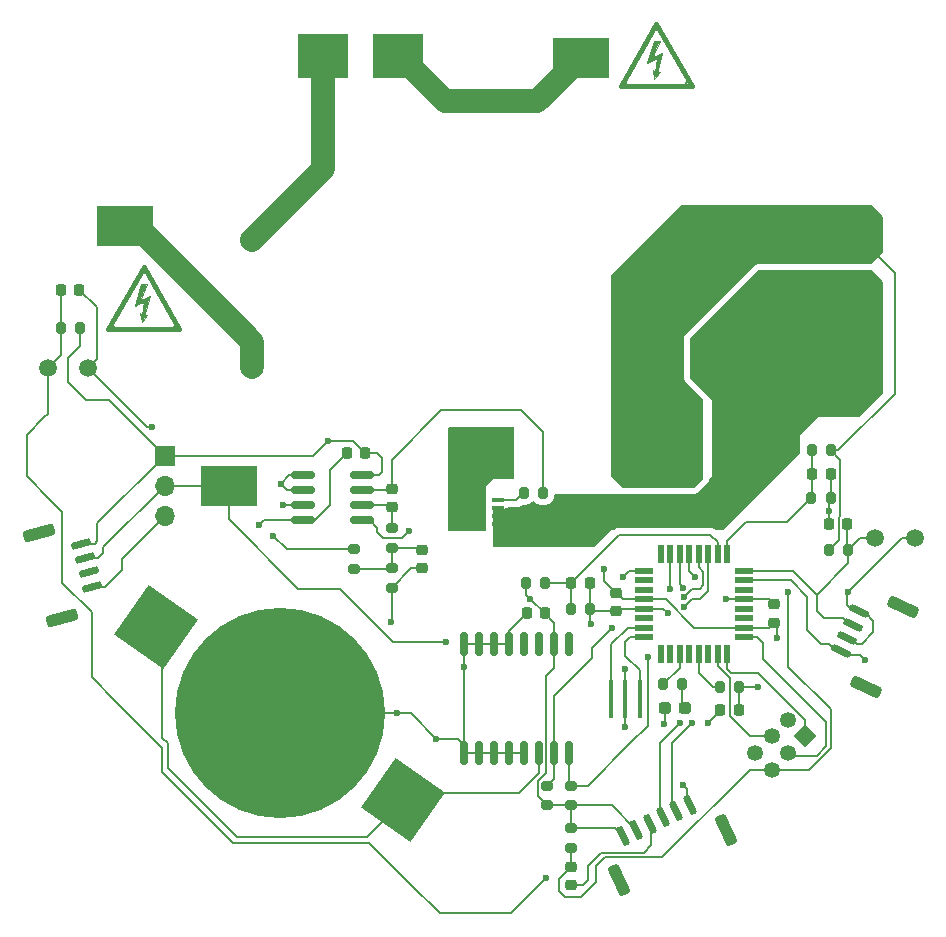
<source format=gtl>
%TF.GenerationSoftware,KiCad,Pcbnew,9.0.0*%
%TF.CreationDate,2025-06-29T18:37:43-04:00*%
%TF.ProjectId,darksky-porch-light,6461726b-736b-4792-9d70-6f7263682d6c,rev?*%
%TF.SameCoordinates,Original*%
%TF.FileFunction,Copper,L1,Top*%
%TF.FilePolarity,Positive*%
%FSLAX46Y46*%
G04 Gerber Fmt 4.6, Leading zero omitted, Abs format (unit mm)*
G04 Created by KiCad (PCBNEW 9.0.0) date 2025-06-29 18:37:43*
%MOMM*%
%LPD*%
G01*
G04 APERTURE LIST*
G04 Aperture macros list*
%AMRoundRect*
0 Rectangle with rounded corners*
0 $1 Rounding radius*
0 $2 $3 $4 $5 $6 $7 $8 $9 X,Y pos of 4 corners*
0 Add a 4 corners polygon primitive as box body*
4,1,4,$2,$3,$4,$5,$6,$7,$8,$9,$2,$3,0*
0 Add four circle primitives for the rounded corners*
1,1,$1+$1,$2,$3*
1,1,$1+$1,$4,$5*
1,1,$1+$1,$6,$7*
1,1,$1+$1,$8,$9*
0 Add four rect primitives between the rounded corners*
20,1,$1+$1,$2,$3,$4,$5,0*
20,1,$1+$1,$4,$5,$6,$7,0*
20,1,$1+$1,$6,$7,$8,$9,0*
20,1,$1+$1,$8,$9,$2,$3,0*%
%AMHorizOval*
0 Thick line with rounded ends*
0 $1 width*
0 $2 $3 position (X,Y) of the first rounded end (center of the circle)*
0 $4 $5 position (X,Y) of the second rounded end (center of the circle)*
0 Add line between two ends*
20,1,$1,$2,$3,$4,$5,0*
0 Add two circle primitives to create the rounded ends*
1,1,$1,$2,$3*
1,1,$1,$4,$5*%
%AMRotRect*
0 Rectangle, with rotation*
0 The origin of the aperture is its center*
0 $1 length*
0 $2 width*
0 $3 Rotation angle, in degrees counterclockwise*
0 Add horizontal line*
21,1,$1,$2,0,0,$3*%
%AMFreePoly0*
4,1,21,1.372500,0.787500,0.862500,0.787500,0.862500,0.532500,1.372500,0.532500,1.372500,0.127500,0.862500,0.127500,0.862500,-0.127500,1.372500,-0.127500,1.372500,-0.532500,0.862500,-0.532500,0.862500,-0.787500,1.372500,-0.787500,1.372500,-1.195000,0.612500,-1.195000,0.612500,-1.117500,-0.862500,-1.117500,-0.862500,1.117500,0.612500,1.117500,0.612500,1.195000,1.372500,1.195000,
1.372500,0.787500,1.372500,0.787500,$1*%
G04 Aperture macros list end*
%TA.AperFunction,EtchedComponent*%
%ADD10C,0.400000*%
%TD*%
%TA.AperFunction,EtchedComponent*%
%ADD11C,0.200000*%
%TD*%
%TA.AperFunction,EtchedComponent*%
%ADD12C,0.101600*%
%TD*%
%TA.AperFunction,EtchedComponent*%
%ADD13C,0.100000*%
%TD*%
%TA.AperFunction,ComponentPad*%
%ADD14C,2.006600*%
%TD*%
%TA.AperFunction,SMDPad,CuDef*%
%ADD15RoundRect,0.150000X0.159887X-0.697808X0.431779X-0.571023X-0.159887X0.697808X-0.431779X0.571023X0*%
%TD*%
%TA.AperFunction,SMDPad,CuDef*%
%ADD16RoundRect,0.250000X0.238303X-1.102593X0.691457X-0.891284X-0.238303X1.102593X-0.691457X0.891284X0*%
%TD*%
%TA.AperFunction,SMDPad,CuDef*%
%ADD17RoundRect,0.225000X0.225000X0.250000X-0.225000X0.250000X-0.225000X-0.250000X0.225000X-0.250000X0*%
%TD*%
%TA.AperFunction,SMDPad,CuDef*%
%ADD18RoundRect,0.200000X-0.200000X-0.275000X0.200000X-0.275000X0.200000X0.275000X-0.200000X0.275000X0*%
%TD*%
%TA.AperFunction,SMDPad,CuDef*%
%ADD19RoundRect,0.225000X-0.250000X0.225000X-0.250000X-0.225000X0.250000X-0.225000X0.250000X0.225000X0*%
%TD*%
%TA.AperFunction,SMDPad,CuDef*%
%ADD20R,4.699000X3.429000*%
%TD*%
%TA.AperFunction,SMDPad,CuDef*%
%ADD21RoundRect,0.200000X-0.275000X0.200000X-0.275000X-0.200000X0.275000X-0.200000X0.275000X0.200000X0*%
%TD*%
%TA.AperFunction,ComponentPad*%
%ADD22C,0.600000*%
%TD*%
%TA.AperFunction,SMDPad,CuDef*%
%ADD23R,1.600000X0.550000*%
%TD*%
%TA.AperFunction,SMDPad,CuDef*%
%ADD24R,0.550000X1.600000*%
%TD*%
%TA.AperFunction,SMDPad,CuDef*%
%ADD25RoundRect,0.237500X-0.287500X-0.237500X0.287500X-0.237500X0.287500X0.237500X-0.287500X0.237500X0*%
%TD*%
%TA.AperFunction,SMDPad,CuDef*%
%ADD26RoundRect,0.150000X-0.825000X-0.150000X0.825000X-0.150000X0.825000X0.150000X-0.825000X0.150000X0*%
%TD*%
%TA.AperFunction,SMDPad,CuDef*%
%ADD27RoundRect,0.200000X0.275000X-0.200000X0.275000X0.200000X-0.275000X0.200000X-0.275000X-0.200000X0*%
%TD*%
%TA.AperFunction,SMDPad,CuDef*%
%ADD28RoundRect,0.225000X-0.225000X-0.250000X0.225000X-0.250000X0.225000X0.250000X-0.225000X0.250000X0*%
%TD*%
%TA.AperFunction,SMDPad,CuDef*%
%ADD29RoundRect,0.150000X0.571023X-0.431779X0.697808X-0.159887X-0.571023X0.431779X-0.697808X0.159887X0*%
%TD*%
%TA.AperFunction,SMDPad,CuDef*%
%ADD30RoundRect,0.250000X0.891284X-0.691457X1.102593X-0.238303X-0.891284X0.691457X-1.102593X0.238303X0*%
%TD*%
%TA.AperFunction,SMDPad,CuDef*%
%ADD31RoundRect,0.200000X0.200000X0.275000X-0.200000X0.275000X-0.200000X-0.275000X0.200000X-0.275000X0*%
%TD*%
%TA.AperFunction,SMDPad,CuDef*%
%ADD32RoundRect,0.250000X-0.550000X1.500000X-0.550000X-1.500000X0.550000X-1.500000X0.550000X1.500000X0*%
%TD*%
%TA.AperFunction,SMDPad,CuDef*%
%ADD33RoundRect,0.150000X-0.150000X0.875000X-0.150000X-0.875000X0.150000X-0.875000X0.150000X0.875000X0*%
%TD*%
%TA.AperFunction,SMDPad,CuDef*%
%ADD34R,0.990000X0.405000*%
%TD*%
%TA.AperFunction,SMDPad,CuDef*%
%ADD35FreePoly0,180.000000*%
%TD*%
%TA.AperFunction,SMDPad,CuDef*%
%ADD36R,4.240000X3.810000*%
%TD*%
%TA.AperFunction,SMDPad,CuDef*%
%ADD37RotRect,5.100000X5.100000X145.000000*%
%TD*%
%TA.AperFunction,SMDPad,CuDef*%
%ADD38C,17.800000*%
%TD*%
%TA.AperFunction,ComponentPad*%
%ADD39RotRect,1.350000X1.350000X315.000000*%
%TD*%
%TA.AperFunction,ComponentPad*%
%ADD40HorizOval,1.350000X0.000000X0.000000X0.000000X0.000000X0*%
%TD*%
%TA.AperFunction,SMDPad,CuDef*%
%ADD41R,0.400000X3.200000*%
%TD*%
%TA.AperFunction,SMDPad,CuDef*%
%ADD42RoundRect,0.150000X-0.714971X-0.036284X-0.637325X-0.326062X0.714971X0.036284X0.637325X0.326062X0*%
%TD*%
%TA.AperFunction,SMDPad,CuDef*%
%ADD43RoundRect,0.250000X-1.127223X-0.043219X-0.997814X-0.526182X1.127223X0.043219X0.997814X0.526182X0*%
%TD*%
%TA.AperFunction,SMDPad,CuDef*%
%ADD44RoundRect,0.225000X0.250000X-0.225000X0.250000X0.225000X-0.250000X0.225000X-0.250000X-0.225000X0*%
%TD*%
%TA.AperFunction,ComponentPad*%
%ADD45C,1.500000*%
%TD*%
%TA.AperFunction,ComponentPad*%
%ADD46R,1.700000X1.700000*%
%TD*%
%TA.AperFunction,ComponentPad*%
%ADD47O,1.700000X1.700000*%
%TD*%
%TA.AperFunction,ViaPad*%
%ADD48C,0.600000*%
%TD*%
%TA.AperFunction,Conductor*%
%ADD49C,0.200000*%
%TD*%
%TA.AperFunction,Conductor*%
%ADD50C,2.000000*%
%TD*%
G04 APERTURE END LIST*
D10*
%TO.C,REF\u002A\u002A*%
X166800000Y-63900000D02*
X169800000Y-58700000D01*
D11*
X167343161Y-63864632D02*
X167076839Y-63455368D01*
X169520000Y-61330000D02*
X169720000Y-61510000D01*
D12*
X169540000Y-62660000D02*
X170010000Y-62760000D01*
D11*
X169665000Y-61595000D02*
X169915000Y-61765000D01*
X169675000Y-59160000D02*
X169925000Y-59160000D01*
D10*
X169800000Y-58700000D02*
X172800000Y-63900000D01*
D11*
X172266839Y-63864632D02*
X172533161Y-63455368D01*
D10*
X172800000Y-63900000D02*
X166800000Y-63900000D01*
D13*
X169478833Y-61584000D02*
X170325500Y-61128917D01*
X169849250Y-62864583D01*
X170092667Y-62716417D01*
X169658750Y-63362000D01*
X169500000Y-62600000D01*
X169669333Y-62832834D01*
X169870417Y-61573417D01*
X169055500Y-62007334D01*
X169584666Y-60134084D01*
X170103250Y-60134084D01*
X169478833Y-61584000D01*
%TA.AperFunction,EtchedComponent*%
G36*
X169478833Y-61584000D02*
G01*
X170325500Y-61128917D01*
X169849250Y-62864583D01*
X170092667Y-62716417D01*
X169658750Y-63362000D01*
X169500000Y-62600000D01*
X169669333Y-62832834D01*
X169870417Y-61573417D01*
X169055500Y-62007334D01*
X169584666Y-60134084D01*
X170103250Y-60134084D01*
X169478833Y-61584000D01*
G37*
%TD.AperFunction*%
D10*
X123400000Y-84500000D02*
X126400000Y-79300000D01*
D11*
X123943161Y-84464632D02*
X123676839Y-84055368D01*
X126120000Y-81930000D02*
X126320000Y-82110000D01*
D12*
X126140000Y-83260000D02*
X126610000Y-83360000D01*
D11*
X126265000Y-82195000D02*
X126515000Y-82365000D01*
X126275000Y-79760000D02*
X126525000Y-79760000D01*
D10*
X126400000Y-79300000D02*
X129400000Y-84500000D01*
D11*
X128866839Y-84464632D02*
X129133161Y-84055368D01*
D10*
X129400000Y-84500000D02*
X123400000Y-84500000D01*
D13*
X126078833Y-82184000D02*
X126925500Y-81728917D01*
X126449250Y-83464583D01*
X126692667Y-83316417D01*
X126258750Y-83962000D01*
X126100000Y-83200000D01*
X126269333Y-83432834D01*
X126470417Y-82173417D01*
X125655500Y-82607334D01*
X126184666Y-80734084D01*
X126703250Y-80734084D01*
X126078833Y-82184000D01*
%TA.AperFunction,EtchedComponent*%
G36*
X126078833Y-82184000D02*
G01*
X126925500Y-81728917D01*
X126449250Y-83464583D01*
X126692667Y-83316417D01*
X126258750Y-83962000D01*
X126100000Y-83200000D01*
X126269333Y-83432834D01*
X126470417Y-82173417D01*
X125655500Y-82607334D01*
X126184666Y-80734084D01*
X126703250Y-80734084D01*
X126078833Y-82184000D01*
G37*
%TD.AperFunction*%
%TD*%
D14*
%TO.P,PS1,1,AC/L*%
%TO.N,Net-(PS1-AC{slash}L)*%
X135596800Y-76968100D03*
%TO.P,PS1,2,AC/N*%
%TO.N,Net-(PS1-AC{slash}N)*%
X135596800Y-87712300D03*
%TO.P,PS1,3,-Vo*%
%TO.N,GND*%
X174103200Y-87712300D03*
%TO.P,PS1,4,+Vo*%
%TO.N,+3.3V*%
X174103200Y-79711300D03*
%TD*%
D15*
%TO.P,J3,1,Pin_1*%
%TO.N,+3.3V*%
X166985944Y-127444013D03*
%TO.P,J3,2,Pin_2*%
X168118829Y-126915740D03*
%TO.P,J3,3,Pin_3*%
%TO.N,Net-(J3-Pin_3)*%
X169251714Y-126387467D03*
%TO.P,J3,4,Pin_4*%
%TO.N,/RX*%
X170384599Y-125859194D03*
%TO.P,J3,5,Pin_5*%
%TO.N,/TX*%
X171517483Y-125330921D03*
%TO.P,J3,6,Pin_6*%
%TO.N,GND*%
X172650368Y-124802649D03*
D16*
%TO.P,J3,MP*%
%TO.N,N/C*%
X166661653Y-131126040D03*
X175679416Y-126920990D03*
%TD*%
D17*
%TO.P,C8,1*%
%TO.N,+3.3V*%
X145175000Y-95000000D03*
%TO.P,C8,2*%
%TO.N,GND*%
X143625000Y-95000000D03*
%TD*%
D18*
%TO.P,R9,1*%
%TO.N,/ADC2*%
X182975000Y-94800000D03*
%TO.P,R9,2*%
%TO.N,+3.3V*%
X184625000Y-94800000D03*
%TD*%
D19*
%TO.P,C2,1*%
%TO.N,+3.3V*%
X166400000Y-106825000D03*
%TO.P,C2,2*%
%TO.N,GND*%
X166400000Y-108375000D03*
%TD*%
D20*
%TO.P,TP6,1,1*%
%TO.N,/MOTION*%
X133600000Y-97800000D03*
%TD*%
D19*
%TO.P,C9,1*%
%TO.N,Net-(C9-Pad1)*%
X147400000Y-98025000D03*
%TO.P,C9,2*%
%TO.N,Net-(U3B--)*%
X147400000Y-99575000D03*
%TD*%
D21*
%TO.P,R14,1*%
%TO.N,Net-(U3A--)*%
X144200000Y-103175000D03*
%TO.P,R14,2*%
%TO.N,Net-(C7-Pad1)*%
X144200000Y-104825000D03*
%TD*%
D18*
%TO.P,R6,1*%
%TO.N,/LED_INT*%
X170375000Y-114600000D03*
%TO.P,R6,2*%
%TO.N,Net-(D13-A)*%
X172025000Y-114600000D03*
%TD*%
D22*
%TO.P,TP3,1,1*%
%TO.N,Net-(PS1-AC{slash}N)*%
X122800000Y-74800000D03*
X122800000Y-75800000D03*
X122800000Y-76800000D03*
X123300000Y-75300000D03*
X123300000Y-76300000D03*
X123800000Y-74800000D03*
X123800000Y-75800000D03*
X123800000Y-76800000D03*
X124285900Y-76298281D03*
X124300000Y-75300000D03*
X124800000Y-74800000D03*
X124800000Y-75800000D03*
D20*
X124800000Y-75800000D03*
D22*
X124800000Y-76800000D03*
X125300000Y-75300000D03*
X125300000Y-76300000D03*
X125800000Y-74800000D03*
X125800000Y-75800000D03*
X125800000Y-76800000D03*
X126300000Y-75300000D03*
X126300000Y-76300000D03*
X126800000Y-74800000D03*
X126800000Y-75800000D03*
X126800000Y-76800000D03*
%TD*%
D23*
%TO.P,U2,1,PD3*%
%TO.N,/MOTION*%
X168750000Y-105000000D03*
%TO.P,U2,2,PD4*%
%TO.N,unconnected-(U2-PD4-Pad2)*%
X168750000Y-105800000D03*
%TO.P,U2,3,PE0*%
%TO.N,unconnected-(U2-PE0-Pad3)*%
X168750000Y-106600000D03*
%TO.P,U2,4,VCC*%
%TO.N,+3.3V*%
X168750000Y-107400000D03*
%TO.P,U2,5,GND*%
%TO.N,GND*%
X168750000Y-108200000D03*
%TO.P,U2,6,PE1*%
%TO.N,unconnected-(U2-PE1-Pad6)*%
X168750000Y-109000000D03*
%TO.P,U2,7,XTAL1/PB6*%
%TO.N,Net-(U2-XTAL1{slash}PB6)*%
X168750000Y-109800000D03*
%TO.P,U2,8,XTAL2/PB7*%
%TO.N,Net-(U2-XTAL2{slash}PB7)*%
X168750000Y-110600000D03*
D24*
%TO.P,U2,9,PD5*%
%TO.N,unconnected-(U2-PD5-Pad9)*%
X170200000Y-112050000D03*
%TO.P,U2,10,PD6*%
%TO.N,unconnected-(U2-PD6-Pad10)*%
X171000000Y-112050000D03*
%TO.P,U2,11,PD7*%
%TO.N,/LED_INT*%
X171800000Y-112050000D03*
%TO.P,U2,12,PB0*%
%TO.N,unconnected-(U2-PB0-Pad12)*%
X172600000Y-112050000D03*
%TO.P,U2,13,PB1*%
%TO.N,/PWM9*%
X173400000Y-112050000D03*
%TO.P,U2,14,PB2*%
%TO.N,unconnected-(U2-PB2-Pad14)*%
X174200000Y-112050000D03*
%TO.P,U2,15,PB3*%
%TO.N,/MOSI*%
X175000000Y-112050000D03*
%TO.P,U2,16,PB4*%
%TO.N,/MISO*%
X175800000Y-112050000D03*
D23*
%TO.P,U2,17,PB5*%
%TO.N,/SCK*%
X177250000Y-110600000D03*
%TO.P,U2,18,AVCC*%
%TO.N,+3.3V*%
X177250000Y-109800000D03*
%TO.P,U2,19,PE2*%
%TO.N,unconnected-(U2-PE2-Pad19)*%
X177250000Y-109000000D03*
%TO.P,U2,20,AREF*%
%TO.N,unconnected-(U2-AREF-Pad20)*%
X177250000Y-108200000D03*
%TO.P,U2,21,GND*%
%TO.N,GND*%
X177250000Y-107400000D03*
%TO.P,U2,22,PE3*%
%TO.N,unconnected-(U2-PE3-Pad22)*%
X177250000Y-106600000D03*
%TO.P,U2,23,PC0*%
%TO.N,/ADC0*%
X177250000Y-105800000D03*
%TO.P,U2,24,PC1*%
%TO.N,/ADC1*%
X177250000Y-105000000D03*
D24*
%TO.P,U2,25,PC2*%
%TO.N,/ADC2*%
X175800000Y-103550000D03*
%TO.P,U2,26,PC3*%
%TO.N,/ADC3*%
X175000000Y-103550000D03*
%TO.P,U2,27,PC4*%
%TO.N,/SDA*%
X174200000Y-103550000D03*
%TO.P,U2,28,PC5*%
%TO.N,/SCL*%
X173400000Y-103550000D03*
%TO.P,U2,29,~{RESET}/PC6*%
%TO.N,/RESET*%
X172600000Y-103550000D03*
%TO.P,U2,30,PD0*%
%TO.N,/RX*%
X171800000Y-103550000D03*
%TO.P,U2,31,PD1*%
%TO.N,/TX*%
X171000000Y-103550000D03*
%TO.P,U2,32,PD2*%
%TO.N,unconnected-(U2-PD2-Pad32)*%
X170200000Y-103550000D03*
%TD*%
D19*
%TO.P,C4,1*%
%TO.N,/RESET*%
X162600000Y-130025000D03*
%TO.P,C4,2*%
%TO.N,Net-(J3-Pin_3)*%
X162600000Y-131575000D03*
%TD*%
D25*
%TO.P,D13,1,K*%
%TO.N,GND*%
X170525000Y-116600000D03*
%TO.P,D13,2,A*%
%TO.N,Net-(D13-A)*%
X172275000Y-116600000D03*
%TD*%
D26*
%TO.P,U3,1*%
%TO.N,Net-(U3A--)*%
X139925000Y-96895000D03*
%TO.P,U3,2,-*%
X139925000Y-98165000D03*
%TO.P,U3,3,+*%
%TO.N,Net-(U3A-+)*%
X139925000Y-99435000D03*
%TO.P,U3,4,V-*%
%TO.N,GND*%
X139925000Y-100705000D03*
%TO.P,U3,5,+*%
%TO.N,VDD*%
X144875000Y-100705000D03*
%TO.P,U3,6,-*%
%TO.N,Net-(U3B--)*%
X144875000Y-99435000D03*
%TO.P,U3,7*%
%TO.N,Net-(C9-Pad1)*%
X144875000Y-98165000D03*
%TO.P,U3,8,V+*%
%TO.N,+3.3V*%
X144875000Y-96895000D03*
%TD*%
D17*
%TO.P,C1,1*%
%TO.N,+3.3V*%
X160375000Y-108600000D03*
%TO.P,C1,2*%
%TO.N,GND*%
X158825000Y-108600000D03*
%TD*%
D21*
%TO.P,R15,1*%
%TO.N,Net-(C7-Pad1)*%
X147400000Y-104775000D03*
%TO.P,R15,2*%
%TO.N,GND*%
X147400000Y-106425000D03*
%TD*%
D19*
%TO.P,C7,1*%
%TO.N,Net-(C7-Pad1)*%
X150000000Y-103225000D03*
%TO.P,C7,2*%
%TO.N,GND*%
X150000000Y-104775000D03*
%TD*%
D27*
%TO.P,R2,1*%
%TO.N,+3.3V*%
X162565000Y-124835000D03*
%TO.P,R2,2*%
%TO.N,/SCL*%
X162565000Y-123185000D03*
%TD*%
D28*
%TO.P,C14,1*%
%TO.N,/ADC3*%
X162625000Y-106000000D03*
%TO.P,C14,2*%
%TO.N,GND*%
X164175000Y-106000000D03*
%TD*%
%TO.P,C12,1*%
%TO.N,/ADC0*%
X119425000Y-81200000D03*
%TO.P,C12,2*%
%TO.N,GND*%
X120975000Y-81200000D03*
%TD*%
D29*
%TO.P,J2,1,Pin_1*%
%TO.N,/ADC0*%
X185415181Y-111798654D03*
%TO.P,J2,2,Pin_2*%
%TO.N,GND*%
X185943454Y-110665769D03*
%TO.P,J2,3,Pin_3*%
%TO.N,/ADC1*%
X186471727Y-109532885D03*
%TO.P,J2,4,Pin_4*%
%TO.N,GND*%
X187000000Y-108400000D03*
D30*
%TO.P,J2,MP*%
%TO.N,N/C*%
X187533523Y-114827702D03*
X190682028Y-108075708D03*
%TD*%
D28*
%TO.P,C13,1*%
%TO.N,/ADC2*%
X183025000Y-96800000D03*
%TO.P,C13,2*%
%TO.N,GND*%
X184575000Y-96800000D03*
%TD*%
D31*
%TO.P,R17,1*%
%TO.N,Net-(C9-Pad1)*%
X160225000Y-98400000D03*
%TO.P,R17,2*%
%TO.N,Net-(Q1-G)*%
X158575000Y-98400000D03*
%TD*%
D17*
%TO.P,C11,1*%
%TO.N,/ADC1*%
X186000000Y-101000000D03*
%TO.P,C11,2*%
%TO.N,GND*%
X184450000Y-101000000D03*
%TD*%
D22*
%TO.P,TP1,1,1*%
%TO.N,VDD*%
X153000000Y-94000000D03*
X153000000Y-95000000D03*
X153000000Y-96000000D03*
X153500000Y-94500000D03*
X153500000Y-95500000D03*
X154000000Y-94000000D03*
X154000000Y-95000000D03*
X154000000Y-96000000D03*
X154485900Y-95498281D03*
X154500000Y-94500000D03*
X155000000Y-94000000D03*
X155000000Y-95000000D03*
D20*
X155000000Y-95000000D03*
D22*
X155000000Y-96000000D03*
X155500000Y-94500000D03*
X155500000Y-95500000D03*
X156000000Y-94000000D03*
X156000000Y-95000000D03*
X156000000Y-96000000D03*
X156500000Y-94500000D03*
X156500000Y-95500000D03*
X157000000Y-94000000D03*
X157000000Y-95000000D03*
X157000000Y-96000000D03*
%TD*%
D18*
%TO.P,TH1,1*%
%TO.N,/ADC2*%
X182950000Y-98800000D03*
%TO.P,TH1,2*%
%TO.N,GND*%
X184600000Y-98800000D03*
%TD*%
D32*
%TO.P,C6,1*%
%TO.N,+3.3V*%
X185600000Y-76500000D03*
%TO.P,C6,2*%
%TO.N,GND*%
X185600000Y-81900000D03*
%TD*%
D33*
%TO.P,U1,1,32KHZ*%
%TO.N,unconnected-(U1-32KHZ-Pad1)*%
X162445000Y-111150000D03*
%TO.P,U1,2,VCC*%
%TO.N,+3.3V*%
X161175000Y-111150000D03*
%TO.P,U1,3,~{INT}/SQW*%
%TO.N,unconnected-(U1-~{INT}{slash}SQW-Pad3)*%
X159905000Y-111150000D03*
%TO.P,U1,4,~{RST}*%
%TO.N,unconnected-(U1-~{RST}-Pad4)*%
X158635000Y-111150000D03*
%TO.P,U1,5,GND*%
%TO.N,GND*%
X157365000Y-111150000D03*
%TO.P,U1,6,GND*%
X156095000Y-111150000D03*
%TO.P,U1,7,GND*%
X154825000Y-111150000D03*
%TO.P,U1,8,GND*%
X153555000Y-111150000D03*
%TO.P,U1,9,GND*%
X153555000Y-120450000D03*
%TO.P,U1,10,GND*%
X154825000Y-120450000D03*
%TO.P,U1,11,GND*%
X156095000Y-120450000D03*
%TO.P,U1,12,GND*%
X157365000Y-120450000D03*
%TO.P,U1,13,GND*%
X158635000Y-120450000D03*
%TO.P,U1,14,VBAT*%
%TO.N,Net-(BT1-+)*%
X159905000Y-120450000D03*
%TO.P,U1,15,SDA*%
%TO.N,/SDA*%
X161175000Y-120450000D03*
%TO.P,U1,16,SCL*%
%TO.N,/SCL*%
X162445000Y-120450000D03*
%TD*%
D18*
%TO.P,R10,1*%
%TO.N,/ADC0*%
X119375000Y-84400000D03*
%TO.P,R10,2*%
%TO.N,+3.3V*%
X121025000Y-84400000D03*
%TD*%
%TO.P,R13,1*%
%TO.N,/PWM9*%
X175175000Y-114800000D03*
%TO.P,R13,2*%
%TO.N,Net-(U3A-+)*%
X176825000Y-114800000D03*
%TD*%
D27*
%TO.P,R1,1*%
%TO.N,+3.3V*%
X160600000Y-124825000D03*
%TO.P,R1,2*%
%TO.N,/SDA*%
X160600000Y-123175000D03*
%TD*%
D34*
%TO.P,Q1,1,S*%
%TO.N,GND*%
X156435000Y-100990000D03*
%TO.P,Q1,2,S*%
X156435000Y-100330000D03*
%TO.P,Q1,3,S*%
X156435000Y-99670000D03*
%TO.P,Q1,4,G*%
%TO.N,Net-(Q1-G)*%
X156435000Y-99010000D03*
D35*
%TO.P,Q1,5,D*%
%TO.N,VDD*%
X154442500Y-100000000D03*
%TD*%
D22*
%TO.P,TP2,1,1*%
%TO.N,Net-(F1-Pad1)*%
X161400000Y-60600000D03*
X161400000Y-61600000D03*
X161400000Y-62600000D03*
X161900000Y-61100000D03*
X161900000Y-62100000D03*
X162400000Y-60600000D03*
X162400000Y-61600000D03*
X162400000Y-62600000D03*
X162885900Y-62098281D03*
X162900000Y-61100000D03*
X163400000Y-60600000D03*
X163400000Y-61600000D03*
D20*
X163400000Y-61600000D03*
D22*
X163400000Y-62600000D03*
X163900000Y-61100000D03*
X163900000Y-62100000D03*
X164400000Y-60600000D03*
X164400000Y-61600000D03*
X164400000Y-62600000D03*
X164900000Y-61100000D03*
X164900000Y-62100000D03*
X165400000Y-60600000D03*
X165400000Y-61600000D03*
X165400000Y-62600000D03*
%TD*%
D17*
%TO.P,C5,1*%
%TO.N,Net-(U3A-+)*%
X176775000Y-116800000D03*
%TO.P,C5,2*%
%TO.N,GND*%
X175225000Y-116800000D03*
%TD*%
D18*
%TO.P,TH2,1*%
%TO.N,/ADC3*%
X162575000Y-108200000D03*
%TO.P,TH2,2*%
%TO.N,GND*%
X164225000Y-108200000D03*
%TD*%
D31*
%TO.P,R12,1*%
%TO.N,/ADC3*%
X160425000Y-106000000D03*
%TO.P,R12,2*%
%TO.N,+3.3V*%
X158775000Y-106000000D03*
%TD*%
D36*
%TO.P,F1,1*%
%TO.N,Net-(F1-Pad1)*%
X147985000Y-61400000D03*
%TO.P,F1,2*%
%TO.N,Net-(PS1-AC{slash}L)*%
X141615000Y-61400000D03*
%TD*%
D37*
%TO.P,BT1,1,+*%
%TO.N,Net-(BT1-+)*%
X148400000Y-124400000D03*
X127429708Y-109716442D03*
D38*
%TO.P,BT1,2,-*%
%TO.N,GND*%
X137914854Y-117058221D03*
%TD*%
D31*
%TO.P,R11,1*%
%TO.N,/ADC1*%
X186050000Y-103200000D03*
%TO.P,R11,2*%
%TO.N,+3.3V*%
X184400000Y-103200000D03*
%TD*%
D22*
%TO.P,TP5,1,1*%
%TO.N,GND*%
X183500000Y-87100000D03*
X183500000Y-88100000D03*
X183500000Y-89100000D03*
X184000000Y-87600000D03*
X184000000Y-88600000D03*
X184500000Y-87100000D03*
X184500000Y-88100000D03*
X184500000Y-89100000D03*
X184985900Y-88598281D03*
X185000000Y-87600000D03*
X185500000Y-87100000D03*
X185500000Y-88100000D03*
D20*
X185500000Y-88100000D03*
D22*
X185500000Y-89100000D03*
X186000000Y-87600000D03*
X186000000Y-88600000D03*
X186500000Y-87100000D03*
X186500000Y-88100000D03*
X186500000Y-89100000D03*
X187000000Y-87600000D03*
X187000000Y-88600000D03*
X187500000Y-87100000D03*
X187500000Y-88100000D03*
X187500000Y-89100000D03*
%TD*%
D39*
%TO.P,J1,1,Pin_1*%
%TO.N,/MISO*%
X182414214Y-119014214D03*
D40*
%TO.P,J1,2,Pin_2*%
%TO.N,+3.3V*%
X181000000Y-117600000D03*
%TO.P,J1,3,Pin_3*%
%TO.N,/SCK*%
X181000000Y-120428428D03*
%TO.P,J1,4,Pin_4*%
%TO.N,/MOSI*%
X179585787Y-119014214D03*
%TO.P,J1,5,Pin_5*%
%TO.N,/RESET*%
X179585787Y-121842641D03*
%TO.P,J1,6,Pin_6*%
%TO.N,GND*%
X178171573Y-120428428D03*
%TD*%
D41*
%TO.P,Y1,1,1*%
%TO.N,Net-(U2-XTAL1{slash}PB6)*%
X166000000Y-115800000D03*
%TO.P,Y1,2,2*%
%TO.N,GND*%
X167200000Y-115800000D03*
%TO.P,Y1,3,3*%
%TO.N,Net-(U2-XTAL2{slash}PB7)*%
X168400000Y-115800000D03*
%TD*%
D42*
%TO.P,J5,1,Pin_1*%
%TO.N,+3.3V*%
X121101677Y-102710074D03*
%TO.P,J5,2,Pin_2*%
%TO.N,/MOTION*%
X121425200Y-103917481D03*
%TO.P,J5,3,Pin_3*%
%TO.N,unconnected-(J5-Pin_3-Pad3)*%
X121748725Y-105124889D03*
%TO.P,J5,4,Pin_4*%
%TO.N,GND*%
X122072248Y-106332296D03*
D43*
%TO.P,J5,MP*%
%TO.N,N/C*%
X117531899Y-101751332D03*
X119460101Y-108947479D03*
%TD*%
D27*
%TO.P,R18,1*%
%TO.N,Net-(C7-Pad1)*%
X147400000Y-103025000D03*
%TO.P,R18,2*%
%TO.N,Net-(U3B--)*%
X147400000Y-101375000D03*
%TD*%
D22*
%TO.P,TP4,1,1*%
%TO.N,+3.3V*%
X168100000Y-93900000D03*
X168100000Y-94900000D03*
X168100000Y-95900000D03*
X168600000Y-94400000D03*
X168600000Y-95400000D03*
X169100000Y-93900000D03*
X169100000Y-94900000D03*
X169100000Y-95900000D03*
X169585900Y-95398281D03*
X169600000Y-94400000D03*
X170100000Y-93900000D03*
X170100000Y-94900000D03*
D20*
X170100000Y-94900000D03*
D22*
X170100000Y-95900000D03*
X170600000Y-94400000D03*
X170600000Y-95400000D03*
X171100000Y-93900000D03*
X171100000Y-94900000D03*
X171100000Y-95900000D03*
X171600000Y-94400000D03*
X171600000Y-95400000D03*
X172100000Y-93900000D03*
X172100000Y-94900000D03*
X172100000Y-95900000D03*
%TD*%
D44*
%TO.P,C3,1*%
%TO.N,+3.3V*%
X179800000Y-109375000D03*
%TO.P,C3,2*%
%TO.N,GND*%
X179800000Y-107825000D03*
%TD*%
D27*
%TO.P,R5,1*%
%TO.N,/RESET*%
X162600000Y-128425000D03*
%TO.P,R5,2*%
%TO.N,+3.3V*%
X162600000Y-126775000D03*
%TD*%
D45*
%TO.P,R7,1*%
%TO.N,/ADC0*%
X118300000Y-87800000D03*
%TO.P,R7,2*%
%TO.N,GND*%
X121700000Y-87800000D03*
%TD*%
D46*
%TO.P,J4,1,Pin_1*%
%TO.N,+3.3V*%
X128200000Y-95260000D03*
D47*
%TO.P,J4,2,Pin_2*%
%TO.N,/MOTION*%
X128200000Y-97800000D03*
%TO.P,J4,3,Pin_3*%
%TO.N,GND*%
X128200000Y-100340000D03*
%TD*%
D45*
%TO.P,R8,1*%
%TO.N,/ADC1*%
X188300000Y-102200000D03*
%TO.P,R8,2*%
%TO.N,GND*%
X191700000Y-102200000D03*
%TD*%
D48*
%TO.N,+3.3V*%
X142000000Y-94000000D03*
X159137500Y-107362500D03*
X165400000Y-104800000D03*
X180000000Y-110700000D03*
%TO.N,/RESET*%
X181000000Y-106800000D03*
X173100000Y-105500000D03*
%TO.N,/TX*%
X172800000Y-117900000D03*
%TO.N,/RX*%
X171800000Y-117900000D03*
X172084239Y-106418702D03*
%TO.N,/TX*%
X171000000Y-106500000D03*
%TO.N,/SCL*%
X172124265Y-107227205D03*
X169100000Y-112300000D03*
%TO.N,/SDA*%
X172124265Y-108075735D03*
X166100000Y-109800000D03*
%TO.N,/ADC0*%
X160500000Y-131000000D03*
X187500000Y-112500000D03*
%TO.N,/MOTION*%
X167000000Y-105500000D03*
X152000000Y-111000000D03*
%TO.N,GND*%
X127150000Y-92800000D03*
X147350000Y-109350000D03*
%TO.N,VDD*%
X148850000Y-101600000D03*
%TO.N,GND*%
X136150000Y-101150000D03*
X167200000Y-113300000D03*
X174200000Y-117900000D03*
X170500000Y-117950000D03*
X167200000Y-118250000D03*
X164250000Y-109450000D03*
X170800000Y-108600000D03*
X175700000Y-107400000D03*
X184450000Y-99900000D03*
X186025000Y-106775000D03*
X153555000Y-113100000D03*
X151200000Y-119200000D03*
X147900000Y-117058221D03*
X172100000Y-123150000D03*
%TO.N,Net-(U3A-+)*%
X178400000Y-114800000D03*
X138200000Y-99400000D03*
%TO.N,Net-(U3A--)*%
X138000000Y-97600000D03*
X137400000Y-102000000D03*
%TD*%
D49*
%TO.N,Net-(BT1-+)*%
X145300000Y-127500000D02*
X148400000Y-124400000D01*
X134300000Y-127500000D02*
X145300000Y-127500000D01*
X128500000Y-121700000D02*
X134300000Y-127500000D01*
X128500000Y-119600000D02*
X128500000Y-121700000D01*
X128000000Y-112700000D02*
X128000000Y-119100000D01*
X128000000Y-119100000D02*
X128500000Y-119600000D01*
X127429708Y-112129708D02*
X128000000Y-112700000D01*
X127429708Y-109716442D02*
X127429708Y-112129708D01*
%TO.N,+3.3V*%
X190000000Y-79800000D02*
X188400000Y-78200000D01*
X190000000Y-90000000D02*
X190000000Y-79800000D01*
X185200000Y-94800000D02*
X190000000Y-90000000D01*
X184625000Y-94800000D02*
X185200000Y-94800000D01*
X142000000Y-94000000D02*
X141900000Y-94100000D01*
X158775000Y-107000000D02*
X159137500Y-107362500D01*
X158775000Y-106000000D02*
X158775000Y-107000000D01*
X165400000Y-105825000D02*
X165400000Y-104800000D01*
X166400000Y-106825000D02*
X165400000Y-105825000D01*
X161175000Y-113225000D02*
X161175000Y-111150000D01*
X160506000Y-113894000D02*
X161175000Y-113225000D01*
X160506000Y-122079936D02*
X160506000Y-113894000D01*
X159800000Y-122785936D02*
X160506000Y-122079936D01*
X159800000Y-124025000D02*
X159800000Y-122785936D01*
X160600000Y-124825000D02*
X159800000Y-124025000D01*
X180000000Y-109575000D02*
X179800000Y-109375000D01*
X180000000Y-110700000D02*
X180000000Y-109575000D01*
%TO.N,/RESET*%
X184601000Y-120016100D02*
X182774459Y-121842641D01*
X181000000Y-113100000D02*
X184601000Y-116701000D01*
X184601000Y-116701000D02*
X184601000Y-120016100D01*
X181000000Y-106800000D02*
X181000000Y-113100000D01*
X182774459Y-121842641D02*
X179585787Y-121842641D01*
X172600000Y-103550000D02*
X172600000Y-105000000D01*
X172600000Y-105000000D02*
X173100000Y-105500000D01*
%TO.N,/RX*%
X171800000Y-106134463D02*
X172084239Y-106418702D01*
X171800000Y-103550000D02*
X171800000Y-106134463D01*
%TO.N,/SCL*%
X173400500Y-104651000D02*
X173400000Y-104651000D01*
X173400000Y-104651000D02*
X173400000Y-103550000D01*
X173799000Y-105049500D02*
X173400500Y-104651000D01*
X172851470Y-106500000D02*
X173500000Y-106500000D01*
X172124265Y-107227205D02*
X172851470Y-106500000D01*
X173799000Y-106201000D02*
X173799000Y-105049500D01*
X173500000Y-106500000D02*
X173799000Y-106201000D01*
%TO.N,/SDA*%
X174200000Y-106700000D02*
X174200000Y-103550000D01*
X173500000Y-107400000D02*
X174200000Y-106700000D01*
X172800000Y-107400000D02*
X173500000Y-107400000D01*
X172124265Y-108075735D02*
X172800000Y-107400000D01*
%TO.N,+3.3V*%
X173000000Y-109800000D02*
X177250000Y-109800000D01*
X170600000Y-107400000D02*
X173000000Y-109800000D01*
X168750000Y-107400000D02*
X170600000Y-107400000D01*
%TO.N,/TX*%
X171517483Y-125117483D02*
X171517483Y-125330921D01*
X171150000Y-124750000D02*
X171517483Y-125117483D01*
X172800000Y-117900000D02*
X171150000Y-119550000D01*
X171150000Y-119550000D02*
X171150000Y-124750000D01*
%TO.N,/RX*%
X170100000Y-119600000D02*
X171800000Y-117900000D01*
X170100000Y-125574595D02*
X170100000Y-119600000D01*
X170384599Y-125859194D02*
X170100000Y-125574595D01*
%TO.N,/TX*%
X171000000Y-103550000D02*
X171000000Y-106500000D01*
%TO.N,/ADC1*%
X186050000Y-104350000D02*
X183400000Y-107000000D01*
X186050000Y-103200000D02*
X186050000Y-104350000D01*
%TO.N,GND*%
X170400000Y-108200000D02*
X170800000Y-108600000D01*
X168750000Y-108200000D02*
X170400000Y-108200000D01*
%TO.N,/SCL*%
X169100000Y-118100000D02*
X169100000Y-112300000D01*
X167600000Y-119600000D02*
X169100000Y-118100000D01*
X164015000Y-123185000D02*
X167600000Y-119600000D01*
X162565000Y-123185000D02*
X164015000Y-123185000D01*
%TO.N,/SDA*%
X164400000Y-111500000D02*
X166100000Y-109800000D01*
X164400000Y-112400000D02*
X164400000Y-111500000D01*
X161175000Y-115625000D02*
X164400000Y-112400000D01*
X161175000Y-120450000D02*
X161175000Y-115625000D01*
%TO.N,/ADC0*%
X187100000Y-112100000D02*
X187500000Y-112500000D01*
X185716527Y-112100000D02*
X187100000Y-112100000D01*
X185415181Y-111798654D02*
X185716527Y-112100000D01*
X157500000Y-134000000D02*
X160500000Y-131000000D01*
X155500000Y-134000000D02*
X157500000Y-134000000D01*
X151500000Y-134000000D02*
X155500000Y-134000000D01*
X149000000Y-131500000D02*
X151500000Y-134000000D01*
X145500000Y-128000000D02*
X149000000Y-131500000D01*
X137500000Y-128000000D02*
X145500000Y-128000000D01*
X134000000Y-128000000D02*
X137500000Y-128000000D01*
X128000000Y-122000000D02*
X133000000Y-127000000D01*
X128000000Y-121000000D02*
X128000000Y-122000000D01*
X128000000Y-120000000D02*
X128000000Y-121000000D01*
X124000000Y-116000000D02*
X128000000Y-120000000D01*
X122000000Y-114000000D02*
X124000000Y-116000000D01*
X133000000Y-127000000D02*
X134000000Y-128000000D01*
X122000000Y-108500000D02*
X122000000Y-114000000D01*
X119500000Y-106000000D02*
X122000000Y-108500000D01*
X116500000Y-97000000D02*
X118500000Y-99000000D01*
X116500000Y-95500000D02*
X116500000Y-97000000D01*
X118500000Y-99000000D02*
X119500000Y-100000000D01*
X119500000Y-100000000D02*
X119500000Y-102500000D01*
X118000000Y-92000000D02*
X116500000Y-93500000D01*
X116500000Y-93500000D02*
X116500000Y-95500000D01*
X118300000Y-91700000D02*
X118000000Y-92000000D01*
X119500000Y-102500000D02*
X119500000Y-106000000D01*
X118300000Y-87800000D02*
X118300000Y-91700000D01*
%TO.N,/MOTION*%
X133600000Y-100600000D02*
X133600000Y-97800000D01*
X143000000Y-106500000D02*
X139500000Y-106500000D01*
X139500000Y-106500000D02*
X133600000Y-100600000D01*
X147500000Y-111000000D02*
X143000000Y-106500000D01*
X152000000Y-111000000D02*
X147500000Y-111000000D01*
X167500000Y-105000000D02*
X167000000Y-105500000D01*
X168750000Y-105000000D02*
X167500000Y-105000000D01*
%TO.N,+3.3V*%
X185249000Y-102351000D02*
X184400000Y-103200000D01*
X185387445Y-95562445D02*
X185387445Y-100387445D01*
X185249000Y-100525890D02*
X185249000Y-102351000D01*
X184625000Y-94800000D02*
X185387445Y-95562445D01*
X185387445Y-100387445D02*
X185249000Y-100525890D01*
X144175000Y-94000000D02*
X145175000Y-95000000D01*
X142000000Y-94000000D02*
X144175000Y-94000000D01*
X140740000Y-95260000D02*
X142000000Y-94000000D01*
X128200000Y-95260000D02*
X140740000Y-95260000D01*
%TO.N,/SCK*%
X178350000Y-110600000D02*
X177250000Y-110600000D01*
X178850000Y-111100000D02*
X178350000Y-110600000D01*
X178850000Y-112450000D02*
X178850000Y-111100000D01*
X184200000Y-119850000D02*
X184200000Y-117800000D01*
X184200000Y-117800000D02*
X178850000Y-112450000D01*
X183400000Y-120650000D02*
X184200000Y-119850000D01*
X181221572Y-120650000D02*
X183400000Y-120650000D01*
X181000000Y-120428428D02*
X181221572Y-120650000D01*
%TO.N,/MISO*%
X176167100Y-113650000D02*
X175800000Y-113282900D01*
X178430273Y-113650000D02*
X176167100Y-113650000D01*
X182414214Y-119014214D02*
X182414214Y-117633941D01*
X182414214Y-117633941D02*
X178430273Y-113650000D01*
X175800000Y-113282900D02*
X175800000Y-112050000D01*
%TO.N,/MOSI*%
X176024000Y-114074000D02*
X175000000Y-113050000D01*
X175000000Y-113050000D02*
X175000000Y-112050000D01*
X176024000Y-117274110D02*
X176024000Y-114074000D01*
X177764104Y-119014214D02*
X176024000Y-117274110D01*
X179585787Y-119014214D02*
X177764104Y-119014214D01*
%TO.N,Net-(J3-Pin_3)*%
X169400000Y-128200000D02*
X169400000Y-126535753D01*
X168750000Y-128850000D02*
X169400000Y-128200000D01*
X164050000Y-129950000D02*
X165150000Y-128850000D01*
X163625000Y-131575000D02*
X164050000Y-131150000D01*
X165150000Y-128850000D02*
X168750000Y-128850000D01*
X169400000Y-126535753D02*
X169251714Y-126387467D01*
X162600000Y-131575000D02*
X163625000Y-131575000D01*
X164050000Y-131150000D02*
X164050000Y-129950000D01*
%TO.N,/RESET*%
X163450000Y-132600000D02*
X162050000Y-132600000D01*
X161550000Y-131075000D02*
X162600000Y-130025000D01*
X162050000Y-132600000D02*
X161550000Y-132100000D01*
X161550000Y-132100000D02*
X161550000Y-131075000D01*
X164750000Y-129950000D02*
X164750000Y-131300000D01*
X164750000Y-131300000D02*
X163450000Y-132600000D01*
X165450000Y-129250000D02*
X164750000Y-129950000D01*
X170300000Y-129250000D02*
X165450000Y-129250000D01*
X177707359Y-121842641D02*
X170300000Y-129250000D01*
X179585787Y-121842641D02*
X177707359Y-121842641D01*
%TO.N,GND*%
X126700000Y-92800000D02*
X127150000Y-92800000D01*
X121700000Y-87800000D02*
X126700000Y-92800000D01*
X147400000Y-109300000D02*
X147350000Y-109350000D01*
X147400000Y-106425000D02*
X147400000Y-109300000D01*
X149050000Y-104775000D02*
X147400000Y-106425000D01*
X150000000Y-104775000D02*
X149050000Y-104775000D01*
%TO.N,VDD*%
X148250000Y-102200000D02*
X148850000Y-101600000D01*
X146200000Y-101700000D02*
X146700000Y-102200000D01*
X146200000Y-101350000D02*
X146200000Y-101700000D01*
X146700000Y-102200000D02*
X148250000Y-102200000D01*
X145555000Y-100705000D02*
X146200000Y-101350000D01*
X144875000Y-100705000D02*
X145555000Y-100705000D01*
%TO.N,GND*%
X136595000Y-100705000D02*
X136150000Y-101150000D01*
X139925000Y-100705000D02*
X136595000Y-100705000D01*
%TO.N,/ADC2*%
X175800000Y-102450000D02*
X175800000Y-103550000D01*
X180900000Y-100850000D02*
X177400000Y-100850000D01*
X182950000Y-98800000D02*
X180900000Y-100850000D01*
X177400000Y-100850000D02*
X175800000Y-102450000D01*
%TO.N,GND*%
X167200000Y-115800000D02*
X167200000Y-113300000D01*
X175225000Y-116875000D02*
X174200000Y-117900000D01*
X175225000Y-116800000D02*
X175225000Y-116875000D01*
X170525000Y-117925000D02*
X170500000Y-117950000D01*
X170525000Y-116600000D02*
X170525000Y-117925000D01*
X167200000Y-115800000D02*
X167200000Y-118250000D01*
X164225000Y-109425000D02*
X164250000Y-109450000D01*
X164225000Y-108200000D02*
X164225000Y-109425000D01*
X177250000Y-107400000D02*
X175700000Y-107400000D01*
X184450000Y-99900000D02*
X184450000Y-98950000D01*
X186025000Y-106775000D02*
X186000000Y-106800000D01*
X153555000Y-113100000D02*
X153555000Y-111150000D01*
X147900000Y-117058221D02*
X137914854Y-117058221D01*
D50*
%TO.N,Net-(PS1-AC{slash}N)*%
X135596800Y-85596800D02*
X125300000Y-75300000D01*
X135596800Y-87712300D02*
X135596800Y-85596800D01*
%TO.N,Net-(F1-Pad1)*%
X151950000Y-65250000D02*
X159750000Y-65250000D01*
X148100000Y-61400000D02*
X151950000Y-65250000D01*
X147985000Y-61400000D02*
X148100000Y-61400000D01*
X159750000Y-65250000D02*
X163400000Y-61600000D01*
%TO.N,Net-(PS1-AC{slash}L)*%
X141615000Y-70949900D02*
X135596800Y-76968100D01*
X141615000Y-61400000D02*
X141615000Y-70949900D01*
D49*
%TO.N,+3.3V*%
X179800000Y-109375000D02*
X179375000Y-109800000D01*
X162565000Y-124835000D02*
X162565000Y-126740000D01*
X166038089Y-124835000D02*
X162565000Y-124835000D01*
X122500000Y-100960000D02*
X128200000Y-95260000D01*
X162565000Y-126740000D02*
X162600000Y-126775000D01*
X146305000Y-96895000D02*
X146600000Y-96600000D01*
X179375000Y-109800000D02*
X177250000Y-109800000D01*
X162555000Y-124825000D02*
X162565000Y-124835000D01*
X161175000Y-109400000D02*
X160375000Y-108600000D01*
X121025000Y-85975000D02*
X120000000Y-87000000D01*
X166985944Y-127444013D02*
X166316931Y-126775000D01*
X146600000Y-96600000D02*
X146600000Y-95400000D01*
X120000000Y-87000000D02*
X120000000Y-89000000D01*
X166975000Y-107400000D02*
X166400000Y-106825000D01*
X144875000Y-96895000D02*
X146305000Y-96895000D01*
X166316931Y-126775000D02*
X162600000Y-126775000D01*
X161175000Y-111150000D02*
X161175000Y-109400000D01*
X123440000Y-90500000D02*
X128200000Y-95260000D01*
X168118829Y-126915740D02*
X166038089Y-124835000D01*
X122500000Y-102500000D02*
X122500000Y-100960000D01*
X120000000Y-89000000D02*
X121500000Y-90500000D01*
X160600000Y-124825000D02*
X162555000Y-124825000D01*
X121101677Y-102710074D02*
X122289926Y-102710074D01*
X145175000Y-95000000D02*
X146200000Y-95000000D01*
X121025000Y-84400000D02*
X121025000Y-85975000D01*
X122289926Y-102710074D02*
X122500000Y-102500000D01*
X121500000Y-90500000D02*
X123440000Y-90500000D01*
X168750000Y-107400000D02*
X166975000Y-107400000D01*
X146200000Y-95000000D02*
X146600000Y-95400000D01*
X159137500Y-107362500D02*
X160375000Y-108600000D01*
%TO.N,GND*%
X128565000Y-100705000D02*
X128200000Y-100340000D01*
X123167704Y-106332296D02*
X124540000Y-104960000D01*
X186000000Y-107850000D02*
X186550000Y-108400000D01*
X158825000Y-108600000D02*
X157365000Y-110060000D01*
X158635000Y-120450000D02*
X153555000Y-120450000D01*
X191700000Y-102200000D02*
X190600000Y-102200000D01*
X187000000Y-108400000D02*
X187200000Y-108600000D01*
X153555000Y-111150000D02*
X157365000Y-111150000D01*
X179375000Y-107400000D02*
X179800000Y-107825000D01*
X164400000Y-108375000D02*
X164225000Y-108200000D01*
X186265769Y-110665769D02*
X185943454Y-110665769D01*
X120975000Y-81200000D02*
X122450000Y-82675000D01*
X172400000Y-124552281D02*
X172400000Y-124050000D01*
X151200000Y-119200000D02*
X149058221Y-117058221D01*
X172650368Y-124802649D02*
X172400000Y-124552281D01*
X122450000Y-82675000D02*
X122450000Y-87050000D01*
X122450000Y-87050000D02*
X121700000Y-87800000D01*
X168750000Y-108200000D02*
X166575000Y-108200000D01*
X164225000Y-106050000D02*
X164175000Y-106000000D01*
X164225000Y-108200000D02*
X164225000Y-106050000D01*
X184450000Y-101000000D02*
X184450000Y-99900000D01*
X166575000Y-108200000D02*
X166400000Y-108375000D01*
X153555000Y-120450000D02*
X153555000Y-113100000D01*
X153555000Y-120450000D02*
X153555000Y-119755000D01*
X190600000Y-102200000D02*
X186025000Y-106775000D01*
X140895000Y-100705000D02*
X139925000Y-100705000D01*
X184575000Y-96800000D02*
X184575000Y-98775000D01*
X166400000Y-108375000D02*
X164400000Y-108375000D01*
X184575000Y-98775000D02*
X184600000Y-98800000D01*
X184450000Y-98950000D02*
X184600000Y-98800000D01*
X142200000Y-99400000D02*
X140895000Y-100705000D01*
X186800000Y-111200000D02*
X186265769Y-110665769D01*
X149058221Y-117058221D02*
X147900000Y-117058221D01*
X153555000Y-119755000D02*
X153000000Y-119200000D01*
X153000000Y-119200000D02*
X151200000Y-119200000D01*
X188200000Y-109200000D02*
X188200000Y-110200000D01*
X187200000Y-111200000D02*
X186800000Y-111200000D01*
X157365000Y-110060000D02*
X157365000Y-111150000D01*
X186550000Y-108400000D02*
X187000000Y-108400000D01*
X124540000Y-104000000D02*
X128200000Y-100340000D01*
X188200000Y-110200000D02*
X187200000Y-111200000D01*
X172400000Y-124050000D02*
X172400000Y-123450000D01*
X187600000Y-108600000D02*
X188200000Y-109200000D01*
X177250000Y-107400000D02*
X179375000Y-107400000D01*
X172400000Y-123450000D02*
X172100000Y-123150000D01*
X187200000Y-108600000D02*
X187600000Y-108600000D01*
X122072248Y-106332296D02*
X123167704Y-106332296D01*
X186000000Y-106800000D02*
X186000000Y-107850000D01*
X143625000Y-95000000D02*
X142200000Y-96425000D01*
X142200000Y-96425000D02*
X142200000Y-99400000D01*
X124540000Y-104960000D02*
X124540000Y-104000000D01*
%TO.N,/RESET*%
X162600000Y-130025000D02*
X162600000Y-128425000D01*
%TO.N,/MOTION*%
X128200000Y-97800000D02*
X133600000Y-97800000D01*
X123000000Y-103500000D02*
X123000000Y-103000000D01*
X121425200Y-103917481D02*
X122582519Y-103917481D01*
X122582519Y-103917481D02*
X123000000Y-103500000D01*
X128200000Y-97800000D02*
X123000000Y-103000000D01*
%TO.N,/ADC0*%
X184400000Y-111200000D02*
X183800000Y-111200000D01*
X182600000Y-110000000D02*
X182600000Y-107200000D01*
X119375000Y-86725000D02*
X118300000Y-87800000D01*
X119425000Y-84350000D02*
X119375000Y-84400000D01*
X119425000Y-81200000D02*
X119425000Y-84350000D01*
X185415181Y-111798654D02*
X184998654Y-111798654D01*
X182600000Y-107200000D02*
X181200000Y-105800000D01*
X183800000Y-111200000D02*
X182600000Y-110000000D01*
X119375000Y-84400000D02*
X119375000Y-86725000D01*
X184998654Y-111798654D02*
X184400000Y-111200000D01*
X181200000Y-105800000D02*
X177250000Y-105800000D01*
%TO.N,/ADC1*%
X186000000Y-103150000D02*
X186050000Y-103200000D01*
X186132885Y-109532885D02*
X185600000Y-109000000D01*
X181400000Y-105000000D02*
X177250000Y-105000000D01*
X187050000Y-102200000D02*
X186050000Y-103200000D01*
X183400000Y-107000000D02*
X181400000Y-105000000D01*
X184000000Y-109000000D02*
X183400000Y-108400000D01*
X188300000Y-102200000D02*
X187050000Y-102200000D01*
X186471727Y-109532885D02*
X186132885Y-109532885D01*
X185600000Y-109000000D02*
X184000000Y-109000000D01*
X183400000Y-108400000D02*
X183400000Y-107000000D01*
X186000000Y-101000000D02*
X186000000Y-103150000D01*
%TO.N,/SDA*%
X161175000Y-120450000D02*
X161175000Y-122600000D01*
X161175000Y-122600000D02*
X160600000Y-123175000D01*
%TO.N,/SCL*%
X162445000Y-123065000D02*
X162565000Y-123185000D01*
X162445000Y-120450000D02*
X162445000Y-123065000D01*
%TO.N,/LED_INT*%
X171800000Y-113175000D02*
X170375000Y-114600000D01*
X171800000Y-112050000D02*
X171800000Y-113175000D01*
%TO.N,/PWM9*%
X173400000Y-113600000D02*
X173400000Y-112050000D01*
X174600000Y-114800000D02*
X173400000Y-113600000D01*
X175175000Y-114800000D02*
X174600000Y-114800000D01*
%TO.N,Net-(BT1-+)*%
X149000000Y-123800000D02*
X158200000Y-123800000D01*
X159905000Y-122095000D02*
X159905000Y-120450000D01*
X158200000Y-123800000D02*
X159905000Y-122095000D01*
X148400000Y-124400000D02*
X149000000Y-123800000D01*
%TO.N,/ADC2*%
X182975000Y-94800000D02*
X182975000Y-96750000D01*
X183025000Y-96800000D02*
X183025000Y-98725000D01*
X183025000Y-98725000D02*
X182950000Y-98800000D01*
X182975000Y-96750000D02*
X183025000Y-96800000D01*
%TO.N,/ADC3*%
X162575000Y-106050000D02*
X162625000Y-106000000D01*
X162575000Y-108200000D02*
X162575000Y-106050000D01*
X160425000Y-106000000D02*
X162625000Y-106000000D01*
%TO.N,Net-(U3A-+)*%
X176775000Y-114850000D02*
X176825000Y-114800000D01*
X178400000Y-114800000D02*
X176825000Y-114800000D01*
X138235000Y-99435000D02*
X138200000Y-99400000D01*
X176775000Y-116800000D02*
X176775000Y-114850000D01*
X139925000Y-99435000D02*
X138235000Y-99435000D01*
%TO.N,Net-(U3B--)*%
X147400000Y-99575000D02*
X147400000Y-101375000D01*
X144875000Y-99435000D02*
X147260000Y-99435000D01*
X147260000Y-99435000D02*
X147400000Y-99575000D01*
%TO.N,Net-(C9-Pad1)*%
X160200000Y-93200000D02*
X158400000Y-91400000D01*
X151600000Y-91400000D02*
X147400000Y-95600000D01*
X160200000Y-98375000D02*
X160200000Y-93200000D01*
X147400000Y-95600000D02*
X147400000Y-98025000D01*
X158400000Y-91400000D02*
X151600000Y-91400000D01*
X147260000Y-98165000D02*
X147400000Y-98025000D01*
X144875000Y-98165000D02*
X147260000Y-98165000D01*
X160225000Y-98400000D02*
X160200000Y-98375000D01*
%TO.N,Net-(D13-A)*%
X172025000Y-114600000D02*
X172025000Y-116350000D01*
X172025000Y-116350000D02*
X172275000Y-116600000D01*
%TO.N,Net-(Q1-G)*%
X157965000Y-99010000D02*
X158575000Y-98400000D01*
X156435000Y-99010000D02*
X157965000Y-99010000D01*
%TO.N,Net-(U3A--)*%
X138000000Y-97600000D02*
X138565000Y-98165000D01*
X139925000Y-96895000D02*
X138705000Y-96895000D01*
X138565000Y-98165000D02*
X139925000Y-98165000D01*
X138575000Y-103175000D02*
X137400000Y-102000000D01*
X144200000Y-103175000D02*
X138575000Y-103175000D01*
X138705000Y-96895000D02*
X138000000Y-97600000D01*
%TO.N,Net-(U2-XTAL2{slash}PB7)*%
X168400000Y-115800000D02*
X168400000Y-113400000D01*
X167200000Y-111000000D02*
X167600000Y-110600000D01*
X167600000Y-110600000D02*
X168750000Y-110600000D01*
X167200000Y-112200000D02*
X167200000Y-111000000D01*
X168400000Y-113400000D02*
X167200000Y-112200000D01*
%TO.N,Net-(U2-XTAL1{slash}PB6)*%
X167400000Y-109800000D02*
X168750000Y-109800000D01*
X166000000Y-111200000D02*
X167400000Y-109800000D01*
X166000000Y-115800000D02*
X166000000Y-111200000D01*
%TO.N,Net-(C7-Pad1)*%
X147175000Y-104825000D02*
X144200000Y-104825000D01*
X147400000Y-103025000D02*
X149800000Y-103025000D01*
X147400000Y-104775000D02*
X147225000Y-104775000D01*
X149800000Y-103025000D02*
X150000000Y-103225000D01*
X147400000Y-103025000D02*
X147400000Y-104775000D01*
X147225000Y-104775000D02*
X147175000Y-104825000D01*
%TO.N,/ADC3*%
X166675000Y-101950000D02*
X162625000Y-106000000D01*
X174400000Y-101950000D02*
X166675000Y-101950000D01*
X175000000Y-102550000D02*
X174400000Y-101950000D01*
X175000000Y-103550000D02*
X175000000Y-102550000D01*
%TD*%
%TA.AperFunction,Conductor*%
%TO.N,+3.3V*%
G36*
X188015677Y-74019685D02*
G01*
X188036319Y-74036319D01*
X188963681Y-74963681D01*
X188997166Y-75025004D01*
X189000000Y-75051362D01*
X189000000Y-77948638D01*
X188980315Y-78015677D01*
X188963681Y-78036319D01*
X188041747Y-78958252D01*
X187980424Y-78991737D01*
X187953067Y-78993699D01*
X187953067Y-78994500D01*
X178551360Y-78994500D01*
X178497315Y-78997397D01*
X178488943Y-78998297D01*
X178488937Y-78998298D01*
X178473112Y-79000000D01*
X178400000Y-79000000D01*
X178375385Y-79024613D01*
X178344277Y-79036216D01*
X178344260Y-79036221D01*
X178282751Y-79059164D01*
X178282745Y-79059167D01*
X178282743Y-79059168D01*
X178265050Y-79068828D01*
X178221422Y-79092651D01*
X178106240Y-79178876D01*
X178106228Y-79178886D01*
X172328892Y-84956223D01*
X172328855Y-84956262D01*
X172292728Y-84996480D01*
X172292718Y-84996492D01*
X172276076Y-85017143D01*
X172244433Y-85061025D01*
X172184663Y-85191899D01*
X172164976Y-85258944D01*
X172144500Y-85401363D01*
X172144500Y-88598640D01*
X172147397Y-88652688D01*
X172147397Y-88652689D01*
X172150229Y-88679022D01*
X172150232Y-88679049D01*
X172158885Y-88732445D01*
X172158885Y-88732447D01*
X172209166Y-88867252D01*
X172209168Y-88867257D01*
X172242653Y-88928580D01*
X172328877Y-89043761D01*
X172328881Y-89043765D01*
X172328886Y-89043771D01*
X173763681Y-90478565D01*
X173797166Y-90539888D01*
X173800000Y-90566246D01*
X173800000Y-97148638D01*
X173780315Y-97215677D01*
X173763681Y-97236319D01*
X173036319Y-97963681D01*
X172974996Y-97997166D01*
X172948638Y-98000000D01*
X167051362Y-98000000D01*
X166984323Y-97980315D01*
X166963681Y-97963681D01*
X166036319Y-97036319D01*
X166002834Y-96974996D01*
X166000000Y-96948638D01*
X166000000Y-80001362D01*
X166019685Y-79934323D01*
X166036319Y-79913681D01*
X171913681Y-74036319D01*
X171975004Y-74002834D01*
X172001362Y-74000000D01*
X187948638Y-74000000D01*
X188015677Y-74019685D01*
G37*
%TD.AperFunction*%
%TD*%
%TA.AperFunction,Conductor*%
%TO.N,GND*%
G36*
X188015677Y-79519685D02*
G01*
X188036319Y-79536319D01*
X188963681Y-80463681D01*
X188997166Y-80525004D01*
X189000000Y-80551362D01*
X189000000Y-89948638D01*
X188980315Y-90015677D01*
X188963681Y-90036319D01*
X187036319Y-91963681D01*
X186974996Y-91997166D01*
X186948638Y-92000000D01*
X176000000Y-92000000D01*
X172686319Y-88686319D01*
X172652834Y-88624996D01*
X172650000Y-88598638D01*
X172650000Y-85401362D01*
X172669685Y-85334323D01*
X172686319Y-85313681D01*
X178463681Y-79536319D01*
X178525004Y-79502834D01*
X178551362Y-79500000D01*
X187948638Y-79500000D01*
X188015677Y-79519685D01*
G37*
%TD.AperFunction*%
%TD*%
%TA.AperFunction,Conductor*%
%TO.N,VDD*%
G36*
X157743039Y-92819685D02*
G01*
X157788794Y-92872489D01*
X157800000Y-92924000D01*
X157800000Y-97076000D01*
X157780315Y-97143039D01*
X157727511Y-97188794D01*
X157676000Y-97200000D01*
X155999999Y-97200000D01*
X155400000Y-97799999D01*
X155400000Y-101476000D01*
X155380315Y-101543039D01*
X155327511Y-101588794D01*
X155276000Y-101600000D01*
X152324000Y-101600000D01*
X152256961Y-101580315D01*
X152211206Y-101527511D01*
X152200000Y-101476000D01*
X152200000Y-92924000D01*
X152219685Y-92856961D01*
X152272489Y-92811206D01*
X152324000Y-92800000D01*
X157676000Y-92800000D01*
X157743039Y-92819685D01*
G37*
%TD.AperFunction*%
%TD*%
%TA.AperFunction,Conductor*%
%TO.N,GND*%
G36*
X176000000Y-92000000D02*
G01*
X183499999Y-92000000D01*
X182000000Y-93499999D01*
X182000000Y-94948638D01*
X181980315Y-95015677D01*
X181963681Y-95036319D01*
X175536319Y-101463681D01*
X175474996Y-101497166D01*
X175448638Y-101500000D01*
X174850582Y-101500000D01*
X174834523Y-101495570D01*
X174819585Y-101496063D01*
X174797794Y-101485440D01*
X174787015Y-101482467D01*
X174773831Y-101474595D01*
X174768716Y-101469480D01*
X174664960Y-101409577D01*
X174664195Y-101409135D01*
X174664161Y-101409115D01*
X174631783Y-101390422D01*
X174575881Y-101375443D01*
X174479057Y-101349499D01*
X174320943Y-101349499D01*
X174313347Y-101349499D01*
X174313331Y-101349500D01*
X166761669Y-101349500D01*
X166761653Y-101349499D01*
X166754057Y-101349499D01*
X166595943Y-101349499D01*
X166516010Y-101370917D01*
X166443216Y-101390422D01*
X166410038Y-101409578D01*
X166410037Y-101409577D01*
X166306286Y-101469478D01*
X166299908Y-101474373D01*
X166234740Y-101499570D01*
X166224418Y-101500000D01*
X165999999Y-101500000D01*
X164536319Y-102963681D01*
X164474996Y-102997166D01*
X164448638Y-103000000D01*
X156124000Y-103000000D01*
X156056961Y-102980315D01*
X156011206Y-102927511D01*
X156000000Y-102876000D01*
X156000000Y-99836999D01*
X156019685Y-99769960D01*
X156072489Y-99724205D01*
X156124000Y-99712999D01*
X156977871Y-99712999D01*
X156977872Y-99712999D01*
X157037483Y-99706591D01*
X157172331Y-99656296D01*
X157200468Y-99635232D01*
X157265930Y-99610816D01*
X157274777Y-99610500D01*
X157878331Y-99610500D01*
X157878347Y-99610501D01*
X157885943Y-99610501D01*
X158044054Y-99610501D01*
X158044057Y-99610501D01*
X158196785Y-99569577D01*
X158246904Y-99540639D01*
X158333716Y-99490520D01*
X158417906Y-99406329D01*
X158424027Y-99401575D01*
X158449609Y-99391509D01*
X158473739Y-99378334D01*
X158486616Y-99376949D01*
X158489045Y-99375994D01*
X158491311Y-99376444D01*
X158500098Y-99375500D01*
X158831613Y-99375500D01*
X158831616Y-99375500D01*
X158902196Y-99369086D01*
X159064606Y-99318478D01*
X159210185Y-99230472D01*
X159238461Y-99202196D01*
X159312319Y-99128339D01*
X159373642Y-99094854D01*
X159443334Y-99099838D01*
X159487681Y-99128339D01*
X159589811Y-99230469D01*
X159589813Y-99230470D01*
X159589815Y-99230472D01*
X159735394Y-99318478D01*
X159897804Y-99369086D01*
X159968384Y-99375500D01*
X159968387Y-99375500D01*
X160481613Y-99375500D01*
X160481616Y-99375500D01*
X160552196Y-99369086D01*
X160714606Y-99318478D01*
X160860185Y-99230472D01*
X160980472Y-99110185D01*
X161068478Y-98964606D01*
X161119086Y-98802196D01*
X161125500Y-98731616D01*
X161125500Y-98624000D01*
X161145185Y-98556961D01*
X161197989Y-98511206D01*
X161249500Y-98500000D01*
X167004239Y-98500000D01*
X167021885Y-98501262D01*
X167025012Y-98501711D01*
X167051362Y-98505500D01*
X167051365Y-98505500D01*
X172948640Y-98505500D01*
X172958786Y-98504955D01*
X173002678Y-98502603D01*
X173002686Y-98502602D01*
X173002688Y-98502602D01*
X173002689Y-98502602D01*
X173009682Y-98501849D01*
X173029036Y-98499769D01*
X173029046Y-98499767D01*
X173029049Y-98499767D01*
X173038648Y-98498211D01*
X173082448Y-98491114D01*
X173217257Y-98440832D01*
X173278580Y-98407347D01*
X173393761Y-98321123D01*
X174121123Y-97593761D01*
X174157288Y-97553500D01*
X174173922Y-97532858D01*
X174205567Y-97488974D01*
X174265338Y-97358097D01*
X174285023Y-97291058D01*
X174285024Y-97291054D01*
X174291925Y-97243051D01*
X174320947Y-97179498D01*
X174326940Y-97173059D01*
X174500000Y-97000000D01*
X174500000Y-90500000D01*
X176000000Y-92000000D01*
G37*
%TD.AperFunction*%
%TD*%
M02*

</source>
